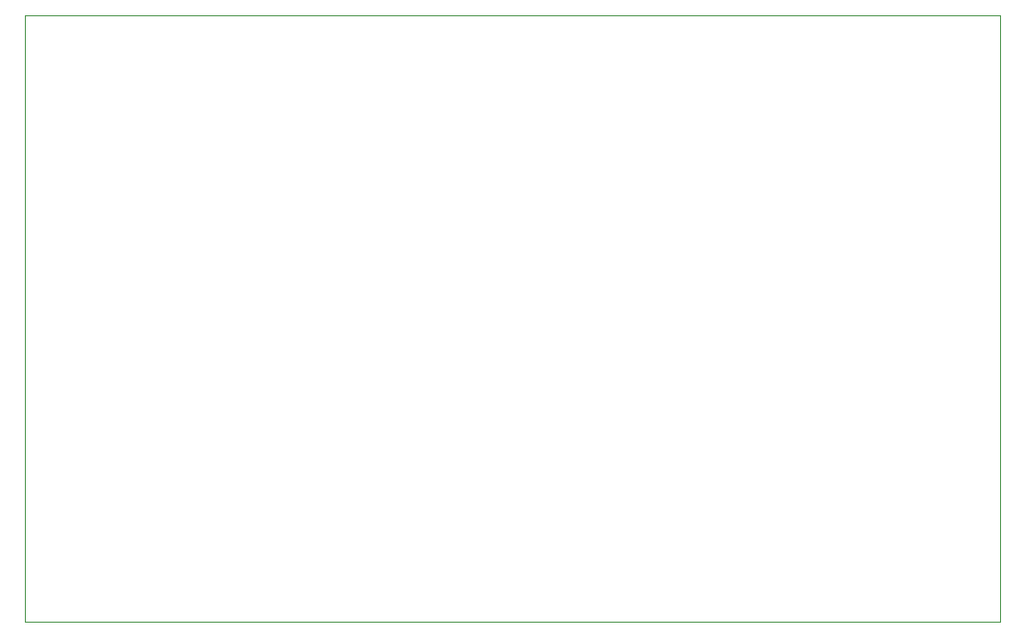
<source format=gbr>
%TF.GenerationSoftware,KiCad,Pcbnew,8.0.1*%
%TF.CreationDate,2024-04-12T18:49:37-04:00*%
%TF.ProjectId,adc_fpga,6164635f-6670-4676-912e-6b696361645f,rev?*%
%TF.SameCoordinates,Original*%
%TF.FileFunction,Profile,NP*%
%FSLAX46Y46*%
G04 Gerber Fmt 4.6, Leading zero omitted, Abs format (unit mm)*
G04 Created by KiCad (PCBNEW 8.0.1) date 2024-04-12 18:49:37*
%MOMM*%
%LPD*%
G01*
G04 APERTURE LIST*
%TA.AperFunction,Profile*%
%ADD10C,0.050000*%
%TD*%
G04 APERTURE END LIST*
D10*
X74467000Y-81026000D02*
X160737000Y-81026000D01*
X160737000Y-134725000D01*
X74467000Y-134725000D01*
X74467000Y-81026000D01*
M02*

</source>
